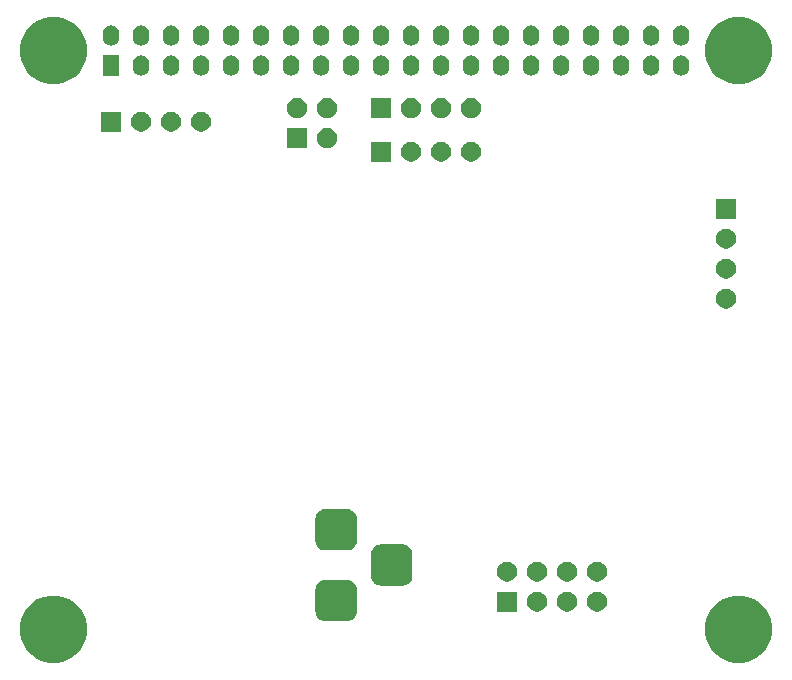
<source format=gbs>
G04 #@! TF.GenerationSoftware,KiCad,Pcbnew,(5.1.6-0-10_14)*
G04 #@! TF.CreationDate,2021-09-09T15:00:31-05:00*
G04 #@! TF.ProjectId,2019-Pi-Power,32303139-2d50-4692-9d50-6f7765722e6b,rev?*
G04 #@! TF.SameCoordinates,Original*
G04 #@! TF.FileFunction,Soldermask,Bot*
G04 #@! TF.FilePolarity,Negative*
%FSLAX46Y46*%
G04 Gerber Fmt 4.6, Leading zero omitted, Abs format (unit mm)*
G04 Created by KiCad (PCBNEW (5.1.6-0-10_14)) date 2021-09-09 15:00:31*
%MOMM*%
%LPD*%
G01*
G04 APERTURE LIST*
%ADD10C,0.150000*%
G04 APERTURE END LIST*
D10*
G36*
X262331313Y-143759523D02*
G01*
X262849980Y-143974362D01*
X262849981Y-143974363D01*
X263316769Y-144286260D01*
X263713740Y-144683231D01*
X263908917Y-144975335D01*
X264025638Y-145150020D01*
X264240477Y-145668687D01*
X264350000Y-146219298D01*
X264350000Y-146780702D01*
X264240477Y-147331313D01*
X264025638Y-147849980D01*
X264025637Y-147849981D01*
X263713740Y-148316769D01*
X263316769Y-148713740D01*
X263004871Y-148922143D01*
X262849980Y-149025638D01*
X262331313Y-149240477D01*
X261780702Y-149350000D01*
X261219298Y-149350000D01*
X260668687Y-149240477D01*
X260150020Y-149025638D01*
X259995129Y-148922143D01*
X259683231Y-148713740D01*
X259286260Y-148316769D01*
X258974363Y-147849981D01*
X258974362Y-147849980D01*
X258759523Y-147331313D01*
X258650000Y-146780702D01*
X258650000Y-146219298D01*
X258759523Y-145668687D01*
X258974362Y-145150020D01*
X259091083Y-144975335D01*
X259286260Y-144683231D01*
X259683231Y-144286260D01*
X260150019Y-143974363D01*
X260150020Y-143974362D01*
X260668687Y-143759523D01*
X261219298Y-143650000D01*
X261780702Y-143650000D01*
X262331313Y-143759523D01*
G37*
G36*
X204331313Y-143759523D02*
G01*
X204849980Y-143974362D01*
X204849981Y-143974363D01*
X205316769Y-144286260D01*
X205713740Y-144683231D01*
X205908917Y-144975335D01*
X206025638Y-145150020D01*
X206240477Y-145668687D01*
X206350000Y-146219298D01*
X206350000Y-146780702D01*
X206240477Y-147331313D01*
X206025638Y-147849980D01*
X206025637Y-147849981D01*
X205713740Y-148316769D01*
X205316769Y-148713740D01*
X205004871Y-148922143D01*
X204849980Y-149025638D01*
X204331313Y-149240477D01*
X203780702Y-149350000D01*
X203219298Y-149350000D01*
X202668687Y-149240477D01*
X202150020Y-149025638D01*
X201995129Y-148922143D01*
X201683231Y-148713740D01*
X201286260Y-148316769D01*
X200974363Y-147849981D01*
X200974362Y-147849980D01*
X200759523Y-147331313D01*
X200650000Y-146780702D01*
X200650000Y-146219298D01*
X200759523Y-145668687D01*
X200974362Y-145150020D01*
X201091083Y-144975335D01*
X201286260Y-144683231D01*
X201683231Y-144286260D01*
X202150019Y-143974363D01*
X202150020Y-143974362D01*
X202668687Y-143759523D01*
X203219298Y-143650000D01*
X203780702Y-143650000D01*
X204331313Y-143759523D01*
G37*
G36*
X228527891Y-142328205D02*
G01*
X228680202Y-142374408D01*
X228820565Y-142449433D01*
X228943597Y-142550403D01*
X229044567Y-142673435D01*
X229119592Y-142813798D01*
X229165795Y-142966109D01*
X229182000Y-143130640D01*
X229182000Y-144993360D01*
X229165795Y-145157891D01*
X229119592Y-145310202D01*
X229044567Y-145450565D01*
X228943597Y-145573597D01*
X228820565Y-145674567D01*
X228680202Y-145749592D01*
X228527891Y-145795795D01*
X228363360Y-145812000D01*
X226500640Y-145812000D01*
X226336109Y-145795795D01*
X226183798Y-145749592D01*
X226043435Y-145674567D01*
X225920403Y-145573597D01*
X225819433Y-145450565D01*
X225744408Y-145310202D01*
X225698205Y-145157891D01*
X225682000Y-144993360D01*
X225682000Y-143130640D01*
X225698205Y-142966109D01*
X225744408Y-142813798D01*
X225819433Y-142673435D01*
X225920403Y-142550403D01*
X226043435Y-142449433D01*
X226183798Y-142374408D01*
X226336109Y-142328205D01*
X226500640Y-142312000D01*
X228363360Y-142312000D01*
X228527891Y-142328205D01*
G37*
G36*
X249777935Y-143340664D02*
G01*
X249932624Y-143404739D01*
X249932626Y-143404740D01*
X250071844Y-143497762D01*
X250190238Y-143616156D01*
X250283260Y-143755374D01*
X250283261Y-143755376D01*
X250347336Y-143910065D01*
X250380000Y-144074281D01*
X250380000Y-144241719D01*
X250347336Y-144405935D01*
X250283261Y-144560624D01*
X250283260Y-144560626D01*
X250190238Y-144699844D01*
X250071844Y-144818238D01*
X249932626Y-144911260D01*
X249932625Y-144911261D01*
X249932624Y-144911261D01*
X249777935Y-144975336D01*
X249613719Y-145008000D01*
X249446281Y-145008000D01*
X249282065Y-144975336D01*
X249127376Y-144911261D01*
X249127375Y-144911261D01*
X249127374Y-144911260D01*
X248988156Y-144818238D01*
X248869762Y-144699844D01*
X248776740Y-144560626D01*
X248776739Y-144560624D01*
X248712664Y-144405935D01*
X248680000Y-144241719D01*
X248680000Y-144074281D01*
X248712664Y-143910065D01*
X248776739Y-143755376D01*
X248776740Y-143755374D01*
X248869762Y-143616156D01*
X248988156Y-143497762D01*
X249127374Y-143404740D01*
X249127376Y-143404739D01*
X249282065Y-143340664D01*
X249446281Y-143308000D01*
X249613719Y-143308000D01*
X249777935Y-143340664D01*
G37*
G36*
X247237935Y-143340664D02*
G01*
X247392624Y-143404739D01*
X247392626Y-143404740D01*
X247531844Y-143497762D01*
X247650238Y-143616156D01*
X247743260Y-143755374D01*
X247743261Y-143755376D01*
X247807336Y-143910065D01*
X247840000Y-144074281D01*
X247840000Y-144241719D01*
X247807336Y-144405935D01*
X247743261Y-144560624D01*
X247743260Y-144560626D01*
X247650238Y-144699844D01*
X247531844Y-144818238D01*
X247392626Y-144911260D01*
X247392625Y-144911261D01*
X247392624Y-144911261D01*
X247237935Y-144975336D01*
X247073719Y-145008000D01*
X246906281Y-145008000D01*
X246742065Y-144975336D01*
X246587376Y-144911261D01*
X246587375Y-144911261D01*
X246587374Y-144911260D01*
X246448156Y-144818238D01*
X246329762Y-144699844D01*
X246236740Y-144560626D01*
X246236739Y-144560624D01*
X246172664Y-144405935D01*
X246140000Y-144241719D01*
X246140000Y-144074281D01*
X246172664Y-143910065D01*
X246236739Y-143755376D01*
X246236740Y-143755374D01*
X246329762Y-143616156D01*
X246448156Y-143497762D01*
X246587374Y-143404740D01*
X246587376Y-143404739D01*
X246742065Y-143340664D01*
X246906281Y-143308000D01*
X247073719Y-143308000D01*
X247237935Y-143340664D01*
G37*
G36*
X244697935Y-143340664D02*
G01*
X244852624Y-143404739D01*
X244852626Y-143404740D01*
X244991844Y-143497762D01*
X245110238Y-143616156D01*
X245203260Y-143755374D01*
X245203261Y-143755376D01*
X245267336Y-143910065D01*
X245300000Y-144074281D01*
X245300000Y-144241719D01*
X245267336Y-144405935D01*
X245203261Y-144560624D01*
X245203260Y-144560626D01*
X245110238Y-144699844D01*
X244991844Y-144818238D01*
X244852626Y-144911260D01*
X244852625Y-144911261D01*
X244852624Y-144911261D01*
X244697935Y-144975336D01*
X244533719Y-145008000D01*
X244366281Y-145008000D01*
X244202065Y-144975336D01*
X244047376Y-144911261D01*
X244047375Y-144911261D01*
X244047374Y-144911260D01*
X243908156Y-144818238D01*
X243789762Y-144699844D01*
X243696740Y-144560626D01*
X243696739Y-144560624D01*
X243632664Y-144405935D01*
X243600000Y-144241719D01*
X243600000Y-144074281D01*
X243632664Y-143910065D01*
X243696739Y-143755376D01*
X243696740Y-143755374D01*
X243789762Y-143616156D01*
X243908156Y-143497762D01*
X244047374Y-143404740D01*
X244047376Y-143404739D01*
X244202065Y-143340664D01*
X244366281Y-143308000D01*
X244533719Y-143308000D01*
X244697935Y-143340664D01*
G37*
G36*
X242760000Y-145008000D02*
G01*
X241060000Y-145008000D01*
X241060000Y-143308000D01*
X242760000Y-143308000D01*
X242760000Y-145008000D01*
G37*
G36*
X233227891Y-139328205D02*
G01*
X233380202Y-139374408D01*
X233520565Y-139449433D01*
X233643597Y-139550403D01*
X233744567Y-139673435D01*
X233819592Y-139813798D01*
X233865795Y-139966109D01*
X233882000Y-140130640D01*
X233882000Y-141993360D01*
X233865795Y-142157891D01*
X233819592Y-142310202D01*
X233744567Y-142450565D01*
X233643597Y-142573597D01*
X233520565Y-142674567D01*
X233380202Y-142749592D01*
X233227891Y-142795795D01*
X233063360Y-142812000D01*
X231200640Y-142812000D01*
X231036109Y-142795795D01*
X230883798Y-142749592D01*
X230743435Y-142674567D01*
X230620403Y-142573597D01*
X230519433Y-142450565D01*
X230444408Y-142310202D01*
X230398205Y-142157891D01*
X230382000Y-141993360D01*
X230382000Y-140130640D01*
X230398205Y-139966109D01*
X230444408Y-139813798D01*
X230519433Y-139673435D01*
X230620403Y-139550403D01*
X230743435Y-139449433D01*
X230883798Y-139374408D01*
X231036109Y-139328205D01*
X231200640Y-139312000D01*
X233063360Y-139312000D01*
X233227891Y-139328205D01*
G37*
G36*
X242157935Y-140800664D02*
G01*
X242312624Y-140864739D01*
X242312626Y-140864740D01*
X242451844Y-140957762D01*
X242570238Y-141076156D01*
X242663260Y-141215374D01*
X242663261Y-141215376D01*
X242727336Y-141370065D01*
X242760000Y-141534281D01*
X242760000Y-141701719D01*
X242727336Y-141865935D01*
X242674554Y-141993360D01*
X242663260Y-142020626D01*
X242570238Y-142159844D01*
X242451844Y-142278238D01*
X242312626Y-142371260D01*
X242312625Y-142371261D01*
X242312624Y-142371261D01*
X242157935Y-142435336D01*
X241993719Y-142468000D01*
X241826281Y-142468000D01*
X241662065Y-142435336D01*
X241507376Y-142371261D01*
X241507375Y-142371261D01*
X241507374Y-142371260D01*
X241368156Y-142278238D01*
X241249762Y-142159844D01*
X241156740Y-142020626D01*
X241145446Y-141993360D01*
X241092664Y-141865935D01*
X241060000Y-141701719D01*
X241060000Y-141534281D01*
X241092664Y-141370065D01*
X241156739Y-141215376D01*
X241156740Y-141215374D01*
X241249762Y-141076156D01*
X241368156Y-140957762D01*
X241507374Y-140864740D01*
X241507376Y-140864739D01*
X241662065Y-140800664D01*
X241826281Y-140768000D01*
X241993719Y-140768000D01*
X242157935Y-140800664D01*
G37*
G36*
X249777935Y-140800664D02*
G01*
X249932624Y-140864739D01*
X249932626Y-140864740D01*
X250071844Y-140957762D01*
X250190238Y-141076156D01*
X250283260Y-141215374D01*
X250283261Y-141215376D01*
X250347336Y-141370065D01*
X250380000Y-141534281D01*
X250380000Y-141701719D01*
X250347336Y-141865935D01*
X250294554Y-141993360D01*
X250283260Y-142020626D01*
X250190238Y-142159844D01*
X250071844Y-142278238D01*
X249932626Y-142371260D01*
X249932625Y-142371261D01*
X249932624Y-142371261D01*
X249777935Y-142435336D01*
X249613719Y-142468000D01*
X249446281Y-142468000D01*
X249282065Y-142435336D01*
X249127376Y-142371261D01*
X249127375Y-142371261D01*
X249127374Y-142371260D01*
X248988156Y-142278238D01*
X248869762Y-142159844D01*
X248776740Y-142020626D01*
X248765446Y-141993360D01*
X248712664Y-141865935D01*
X248680000Y-141701719D01*
X248680000Y-141534281D01*
X248712664Y-141370065D01*
X248776739Y-141215376D01*
X248776740Y-141215374D01*
X248869762Y-141076156D01*
X248988156Y-140957762D01*
X249127374Y-140864740D01*
X249127376Y-140864739D01*
X249282065Y-140800664D01*
X249446281Y-140768000D01*
X249613719Y-140768000D01*
X249777935Y-140800664D01*
G37*
G36*
X244697935Y-140800664D02*
G01*
X244852624Y-140864739D01*
X244852626Y-140864740D01*
X244991844Y-140957762D01*
X245110238Y-141076156D01*
X245203260Y-141215374D01*
X245203261Y-141215376D01*
X245267336Y-141370065D01*
X245300000Y-141534281D01*
X245300000Y-141701719D01*
X245267336Y-141865935D01*
X245214554Y-141993360D01*
X245203260Y-142020626D01*
X245110238Y-142159844D01*
X244991844Y-142278238D01*
X244852626Y-142371260D01*
X244852625Y-142371261D01*
X244852624Y-142371261D01*
X244697935Y-142435336D01*
X244533719Y-142468000D01*
X244366281Y-142468000D01*
X244202065Y-142435336D01*
X244047376Y-142371261D01*
X244047375Y-142371261D01*
X244047374Y-142371260D01*
X243908156Y-142278238D01*
X243789762Y-142159844D01*
X243696740Y-142020626D01*
X243685446Y-141993360D01*
X243632664Y-141865935D01*
X243600000Y-141701719D01*
X243600000Y-141534281D01*
X243632664Y-141370065D01*
X243696739Y-141215376D01*
X243696740Y-141215374D01*
X243789762Y-141076156D01*
X243908156Y-140957762D01*
X244047374Y-140864740D01*
X244047376Y-140864739D01*
X244202065Y-140800664D01*
X244366281Y-140768000D01*
X244533719Y-140768000D01*
X244697935Y-140800664D01*
G37*
G36*
X247237935Y-140800664D02*
G01*
X247392624Y-140864739D01*
X247392626Y-140864740D01*
X247531844Y-140957762D01*
X247650238Y-141076156D01*
X247743260Y-141215374D01*
X247743261Y-141215376D01*
X247807336Y-141370065D01*
X247840000Y-141534281D01*
X247840000Y-141701719D01*
X247807336Y-141865935D01*
X247754554Y-141993360D01*
X247743260Y-142020626D01*
X247650238Y-142159844D01*
X247531844Y-142278238D01*
X247392626Y-142371260D01*
X247392625Y-142371261D01*
X247392624Y-142371261D01*
X247237935Y-142435336D01*
X247073719Y-142468000D01*
X246906281Y-142468000D01*
X246742065Y-142435336D01*
X246587376Y-142371261D01*
X246587375Y-142371261D01*
X246587374Y-142371260D01*
X246448156Y-142278238D01*
X246329762Y-142159844D01*
X246236740Y-142020626D01*
X246225446Y-141993360D01*
X246172664Y-141865935D01*
X246140000Y-141701719D01*
X246140000Y-141534281D01*
X246172664Y-141370065D01*
X246236739Y-141215376D01*
X246236740Y-141215374D01*
X246329762Y-141076156D01*
X246448156Y-140957762D01*
X246587374Y-140864740D01*
X246587376Y-140864739D01*
X246742065Y-140800664D01*
X246906281Y-140768000D01*
X247073719Y-140768000D01*
X247237935Y-140800664D01*
G37*
G36*
X228527891Y-136328205D02*
G01*
X228680202Y-136374408D01*
X228820565Y-136449433D01*
X228943597Y-136550403D01*
X229044567Y-136673435D01*
X229119592Y-136813798D01*
X229165795Y-136966109D01*
X229182000Y-137130640D01*
X229182000Y-138993360D01*
X229165795Y-139157891D01*
X229119592Y-139310202D01*
X229044567Y-139450565D01*
X228943597Y-139573597D01*
X228820565Y-139674567D01*
X228680202Y-139749592D01*
X228527891Y-139795795D01*
X228363360Y-139812000D01*
X226500640Y-139812000D01*
X226336109Y-139795795D01*
X226183798Y-139749592D01*
X226043435Y-139674567D01*
X225920403Y-139573597D01*
X225819433Y-139450565D01*
X225744408Y-139310202D01*
X225698205Y-139157891D01*
X225682000Y-138993360D01*
X225682000Y-137130640D01*
X225698205Y-136966109D01*
X225744408Y-136813798D01*
X225819433Y-136673435D01*
X225920403Y-136550403D01*
X226043435Y-136449433D01*
X226183798Y-136374408D01*
X226336109Y-136328205D01*
X226500640Y-136312000D01*
X228363360Y-136312000D01*
X228527891Y-136328205D01*
G37*
G36*
X260699935Y-117686664D02*
G01*
X260854624Y-117750739D01*
X260854626Y-117750740D01*
X260993844Y-117843762D01*
X261112238Y-117962156D01*
X261205260Y-118101374D01*
X261205261Y-118101376D01*
X261269336Y-118256065D01*
X261302000Y-118420281D01*
X261302000Y-118587719D01*
X261269336Y-118751935D01*
X261205261Y-118906624D01*
X261205260Y-118906626D01*
X261112238Y-119045844D01*
X260993844Y-119164238D01*
X260854626Y-119257260D01*
X260854625Y-119257261D01*
X260854624Y-119257261D01*
X260699935Y-119321336D01*
X260535719Y-119354000D01*
X260368281Y-119354000D01*
X260204065Y-119321336D01*
X260049376Y-119257261D01*
X260049375Y-119257261D01*
X260049374Y-119257260D01*
X259910156Y-119164238D01*
X259791762Y-119045844D01*
X259698740Y-118906626D01*
X259698739Y-118906624D01*
X259634664Y-118751935D01*
X259602000Y-118587719D01*
X259602000Y-118420281D01*
X259634664Y-118256065D01*
X259698739Y-118101376D01*
X259698740Y-118101374D01*
X259791762Y-117962156D01*
X259910156Y-117843762D01*
X260049374Y-117750740D01*
X260049376Y-117750739D01*
X260204065Y-117686664D01*
X260368281Y-117654000D01*
X260535719Y-117654000D01*
X260699935Y-117686664D01*
G37*
G36*
X260699935Y-115146664D02*
G01*
X260854624Y-115210739D01*
X260854626Y-115210740D01*
X260993844Y-115303762D01*
X261112238Y-115422156D01*
X261205260Y-115561374D01*
X261205261Y-115561376D01*
X261269336Y-115716065D01*
X261302000Y-115880281D01*
X261302000Y-116047719D01*
X261269336Y-116211935D01*
X261205261Y-116366624D01*
X261205260Y-116366626D01*
X261112238Y-116505844D01*
X260993844Y-116624238D01*
X260854626Y-116717260D01*
X260854625Y-116717261D01*
X260854624Y-116717261D01*
X260699935Y-116781336D01*
X260535719Y-116814000D01*
X260368281Y-116814000D01*
X260204065Y-116781336D01*
X260049376Y-116717261D01*
X260049375Y-116717261D01*
X260049374Y-116717260D01*
X259910156Y-116624238D01*
X259791762Y-116505844D01*
X259698740Y-116366626D01*
X259698739Y-116366624D01*
X259634664Y-116211935D01*
X259602000Y-116047719D01*
X259602000Y-115880281D01*
X259634664Y-115716065D01*
X259698739Y-115561376D01*
X259698740Y-115561374D01*
X259791762Y-115422156D01*
X259910156Y-115303762D01*
X260049374Y-115210740D01*
X260049376Y-115210739D01*
X260204065Y-115146664D01*
X260368281Y-115114000D01*
X260535719Y-115114000D01*
X260699935Y-115146664D01*
G37*
G36*
X260699935Y-112606664D02*
G01*
X260854624Y-112670739D01*
X260854626Y-112670740D01*
X260993844Y-112763762D01*
X261112238Y-112882156D01*
X261205260Y-113021374D01*
X261205261Y-113021376D01*
X261269336Y-113176065D01*
X261302000Y-113340281D01*
X261302000Y-113507719D01*
X261269336Y-113671935D01*
X261205261Y-113826624D01*
X261205260Y-113826626D01*
X261112238Y-113965844D01*
X260993844Y-114084238D01*
X260854626Y-114177260D01*
X260854625Y-114177261D01*
X260854624Y-114177261D01*
X260699935Y-114241336D01*
X260535719Y-114274000D01*
X260368281Y-114274000D01*
X260204065Y-114241336D01*
X260049376Y-114177261D01*
X260049375Y-114177261D01*
X260049374Y-114177260D01*
X259910156Y-114084238D01*
X259791762Y-113965844D01*
X259698740Y-113826626D01*
X259698739Y-113826624D01*
X259634664Y-113671935D01*
X259602000Y-113507719D01*
X259602000Y-113340281D01*
X259634664Y-113176065D01*
X259698739Y-113021376D01*
X259698740Y-113021374D01*
X259791762Y-112882156D01*
X259910156Y-112763762D01*
X260049374Y-112670740D01*
X260049376Y-112670739D01*
X260204065Y-112606664D01*
X260368281Y-112574000D01*
X260535719Y-112574000D01*
X260699935Y-112606664D01*
G37*
G36*
X261302000Y-111734000D02*
G01*
X259602000Y-111734000D01*
X259602000Y-110034000D01*
X261302000Y-110034000D01*
X261302000Y-111734000D01*
G37*
G36*
X239109935Y-105240664D02*
G01*
X239264624Y-105304739D01*
X239264626Y-105304740D01*
X239403844Y-105397762D01*
X239522238Y-105516156D01*
X239561715Y-105575238D01*
X239615261Y-105655376D01*
X239679336Y-105810065D01*
X239712000Y-105974281D01*
X239712000Y-106141719D01*
X239679336Y-106305935D01*
X239615261Y-106460624D01*
X239615260Y-106460626D01*
X239522238Y-106599844D01*
X239403844Y-106718238D01*
X239264626Y-106811260D01*
X239264625Y-106811261D01*
X239264624Y-106811261D01*
X239109935Y-106875336D01*
X238945719Y-106908000D01*
X238778281Y-106908000D01*
X238614065Y-106875336D01*
X238459376Y-106811261D01*
X238459375Y-106811261D01*
X238459374Y-106811260D01*
X238320156Y-106718238D01*
X238201762Y-106599844D01*
X238108740Y-106460626D01*
X238108739Y-106460624D01*
X238044664Y-106305935D01*
X238012000Y-106141719D01*
X238012000Y-105974281D01*
X238044664Y-105810065D01*
X238108739Y-105655376D01*
X238162285Y-105575238D01*
X238201762Y-105516156D01*
X238320156Y-105397762D01*
X238459374Y-105304740D01*
X238459376Y-105304739D01*
X238614065Y-105240664D01*
X238778281Y-105208000D01*
X238945719Y-105208000D01*
X239109935Y-105240664D01*
G37*
G36*
X236569935Y-105240664D02*
G01*
X236724624Y-105304739D01*
X236724626Y-105304740D01*
X236863844Y-105397762D01*
X236982238Y-105516156D01*
X237021715Y-105575238D01*
X237075261Y-105655376D01*
X237139336Y-105810065D01*
X237172000Y-105974281D01*
X237172000Y-106141719D01*
X237139336Y-106305935D01*
X237075261Y-106460624D01*
X237075260Y-106460626D01*
X236982238Y-106599844D01*
X236863844Y-106718238D01*
X236724626Y-106811260D01*
X236724625Y-106811261D01*
X236724624Y-106811261D01*
X236569935Y-106875336D01*
X236405719Y-106908000D01*
X236238281Y-106908000D01*
X236074065Y-106875336D01*
X235919376Y-106811261D01*
X235919375Y-106811261D01*
X235919374Y-106811260D01*
X235780156Y-106718238D01*
X235661762Y-106599844D01*
X235568740Y-106460626D01*
X235568739Y-106460624D01*
X235504664Y-106305935D01*
X235472000Y-106141719D01*
X235472000Y-105974281D01*
X235504664Y-105810065D01*
X235568739Y-105655376D01*
X235622285Y-105575238D01*
X235661762Y-105516156D01*
X235780156Y-105397762D01*
X235919374Y-105304740D01*
X235919376Y-105304739D01*
X236074065Y-105240664D01*
X236238281Y-105208000D01*
X236405719Y-105208000D01*
X236569935Y-105240664D01*
G37*
G36*
X234029935Y-105240664D02*
G01*
X234184624Y-105304739D01*
X234184626Y-105304740D01*
X234323844Y-105397762D01*
X234442238Y-105516156D01*
X234481715Y-105575238D01*
X234535261Y-105655376D01*
X234599336Y-105810065D01*
X234632000Y-105974281D01*
X234632000Y-106141719D01*
X234599336Y-106305935D01*
X234535261Y-106460624D01*
X234535260Y-106460626D01*
X234442238Y-106599844D01*
X234323844Y-106718238D01*
X234184626Y-106811260D01*
X234184625Y-106811261D01*
X234184624Y-106811261D01*
X234029935Y-106875336D01*
X233865719Y-106908000D01*
X233698281Y-106908000D01*
X233534065Y-106875336D01*
X233379376Y-106811261D01*
X233379375Y-106811261D01*
X233379374Y-106811260D01*
X233240156Y-106718238D01*
X233121762Y-106599844D01*
X233028740Y-106460626D01*
X233028739Y-106460624D01*
X232964664Y-106305935D01*
X232932000Y-106141719D01*
X232932000Y-105974281D01*
X232964664Y-105810065D01*
X233028739Y-105655376D01*
X233082285Y-105575238D01*
X233121762Y-105516156D01*
X233240156Y-105397762D01*
X233379374Y-105304740D01*
X233379376Y-105304739D01*
X233534065Y-105240664D01*
X233698281Y-105208000D01*
X233865719Y-105208000D01*
X234029935Y-105240664D01*
G37*
G36*
X232092000Y-106908000D02*
G01*
X230392000Y-106908000D01*
X230392000Y-105208000D01*
X232092000Y-105208000D01*
X232092000Y-106908000D01*
G37*
G36*
X224980000Y-105765000D02*
G01*
X223280000Y-105765000D01*
X223280000Y-104065000D01*
X224980000Y-104065000D01*
X224980000Y-105765000D01*
G37*
G36*
X226917935Y-104097664D02*
G01*
X227072624Y-104161739D01*
X227072626Y-104161740D01*
X227211844Y-104254762D01*
X227330238Y-104373156D01*
X227423260Y-104512374D01*
X227423261Y-104512376D01*
X227487336Y-104667065D01*
X227520000Y-104831281D01*
X227520000Y-104998719D01*
X227487336Y-105162935D01*
X227428598Y-105304739D01*
X227423260Y-105317626D01*
X227330238Y-105456844D01*
X227211844Y-105575238D01*
X227072626Y-105668260D01*
X227072625Y-105668261D01*
X227072624Y-105668261D01*
X226917935Y-105732336D01*
X226753719Y-105765000D01*
X226586281Y-105765000D01*
X226422065Y-105732336D01*
X226267376Y-105668261D01*
X226267375Y-105668261D01*
X226267374Y-105668260D01*
X226128156Y-105575238D01*
X226009762Y-105456844D01*
X225916740Y-105317626D01*
X225911402Y-105304739D01*
X225852664Y-105162935D01*
X225820000Y-104998719D01*
X225820000Y-104831281D01*
X225852664Y-104667065D01*
X225916739Y-104512376D01*
X225916740Y-104512374D01*
X226009762Y-104373156D01*
X226128156Y-104254762D01*
X226267374Y-104161740D01*
X226267376Y-104161739D01*
X226422065Y-104097664D01*
X226586281Y-104065000D01*
X226753719Y-104065000D01*
X226917935Y-104097664D01*
G37*
G36*
X216249935Y-102700664D02*
G01*
X216404624Y-102764739D01*
X216404626Y-102764740D01*
X216543844Y-102857762D01*
X216662238Y-102976156D01*
X216701715Y-103035238D01*
X216755261Y-103115376D01*
X216819336Y-103270065D01*
X216852000Y-103434281D01*
X216852000Y-103601719D01*
X216819336Y-103765935D01*
X216755261Y-103920624D01*
X216755260Y-103920626D01*
X216662238Y-104059844D01*
X216543844Y-104178238D01*
X216404626Y-104271260D01*
X216404625Y-104271261D01*
X216404624Y-104271261D01*
X216249935Y-104335336D01*
X216085719Y-104368000D01*
X215918281Y-104368000D01*
X215754065Y-104335336D01*
X215599376Y-104271261D01*
X215599375Y-104271261D01*
X215599374Y-104271260D01*
X215460156Y-104178238D01*
X215341762Y-104059844D01*
X215248740Y-103920626D01*
X215248739Y-103920624D01*
X215184664Y-103765935D01*
X215152000Y-103601719D01*
X215152000Y-103434281D01*
X215184664Y-103270065D01*
X215248739Y-103115376D01*
X215302285Y-103035238D01*
X215341762Y-102976156D01*
X215460156Y-102857762D01*
X215599374Y-102764740D01*
X215599376Y-102764739D01*
X215754065Y-102700664D01*
X215918281Y-102668000D01*
X216085719Y-102668000D01*
X216249935Y-102700664D01*
G37*
G36*
X213709935Y-102700664D02*
G01*
X213864624Y-102764739D01*
X213864626Y-102764740D01*
X214003844Y-102857762D01*
X214122238Y-102976156D01*
X214161715Y-103035238D01*
X214215261Y-103115376D01*
X214279336Y-103270065D01*
X214312000Y-103434281D01*
X214312000Y-103601719D01*
X214279336Y-103765935D01*
X214215261Y-103920624D01*
X214215260Y-103920626D01*
X214122238Y-104059844D01*
X214003844Y-104178238D01*
X213864626Y-104271260D01*
X213864625Y-104271261D01*
X213864624Y-104271261D01*
X213709935Y-104335336D01*
X213545719Y-104368000D01*
X213378281Y-104368000D01*
X213214065Y-104335336D01*
X213059376Y-104271261D01*
X213059375Y-104271261D01*
X213059374Y-104271260D01*
X212920156Y-104178238D01*
X212801762Y-104059844D01*
X212708740Y-103920626D01*
X212708739Y-103920624D01*
X212644664Y-103765935D01*
X212612000Y-103601719D01*
X212612000Y-103434281D01*
X212644664Y-103270065D01*
X212708739Y-103115376D01*
X212762285Y-103035238D01*
X212801762Y-102976156D01*
X212920156Y-102857762D01*
X213059374Y-102764740D01*
X213059376Y-102764739D01*
X213214065Y-102700664D01*
X213378281Y-102668000D01*
X213545719Y-102668000D01*
X213709935Y-102700664D01*
G37*
G36*
X211169935Y-102700664D02*
G01*
X211324624Y-102764739D01*
X211324626Y-102764740D01*
X211463844Y-102857762D01*
X211582238Y-102976156D01*
X211621715Y-103035238D01*
X211675261Y-103115376D01*
X211739336Y-103270065D01*
X211772000Y-103434281D01*
X211772000Y-103601719D01*
X211739336Y-103765935D01*
X211675261Y-103920624D01*
X211675260Y-103920626D01*
X211582238Y-104059844D01*
X211463844Y-104178238D01*
X211324626Y-104271260D01*
X211324625Y-104271261D01*
X211324624Y-104271261D01*
X211169935Y-104335336D01*
X211005719Y-104368000D01*
X210838281Y-104368000D01*
X210674065Y-104335336D01*
X210519376Y-104271261D01*
X210519375Y-104271261D01*
X210519374Y-104271260D01*
X210380156Y-104178238D01*
X210261762Y-104059844D01*
X210168740Y-103920626D01*
X210168739Y-103920624D01*
X210104664Y-103765935D01*
X210072000Y-103601719D01*
X210072000Y-103434281D01*
X210104664Y-103270065D01*
X210168739Y-103115376D01*
X210222285Y-103035238D01*
X210261762Y-102976156D01*
X210380156Y-102857762D01*
X210519374Y-102764740D01*
X210519376Y-102764739D01*
X210674065Y-102700664D01*
X210838281Y-102668000D01*
X211005719Y-102668000D01*
X211169935Y-102700664D01*
G37*
G36*
X209232000Y-104368000D02*
G01*
X207532000Y-104368000D01*
X207532000Y-102668000D01*
X209232000Y-102668000D01*
X209232000Y-104368000D01*
G37*
G36*
X224377935Y-101557664D02*
G01*
X224532624Y-101621739D01*
X224532626Y-101621740D01*
X224671844Y-101714762D01*
X224790238Y-101833156D01*
X224883260Y-101972374D01*
X224883261Y-101972376D01*
X224947336Y-102127065D01*
X224980000Y-102291281D01*
X224980000Y-102458719D01*
X224947336Y-102622935D01*
X224888598Y-102764739D01*
X224883260Y-102777626D01*
X224790238Y-102916844D01*
X224671844Y-103035238D01*
X224532626Y-103128260D01*
X224532625Y-103128261D01*
X224532624Y-103128261D01*
X224377935Y-103192336D01*
X224213719Y-103225000D01*
X224046281Y-103225000D01*
X223882065Y-103192336D01*
X223727376Y-103128261D01*
X223727375Y-103128261D01*
X223727374Y-103128260D01*
X223588156Y-103035238D01*
X223469762Y-102916844D01*
X223376740Y-102777626D01*
X223371402Y-102764739D01*
X223312664Y-102622935D01*
X223280000Y-102458719D01*
X223280000Y-102291281D01*
X223312664Y-102127065D01*
X223376739Y-101972376D01*
X223376740Y-101972374D01*
X223469762Y-101833156D01*
X223588156Y-101714762D01*
X223727374Y-101621740D01*
X223727376Y-101621739D01*
X223882065Y-101557664D01*
X224046281Y-101525000D01*
X224213719Y-101525000D01*
X224377935Y-101557664D01*
G37*
G36*
X226917935Y-101557664D02*
G01*
X227072624Y-101621739D01*
X227072626Y-101621740D01*
X227211844Y-101714762D01*
X227330238Y-101833156D01*
X227423260Y-101972374D01*
X227423261Y-101972376D01*
X227487336Y-102127065D01*
X227520000Y-102291281D01*
X227520000Y-102458719D01*
X227487336Y-102622935D01*
X227428598Y-102764739D01*
X227423260Y-102777626D01*
X227330238Y-102916844D01*
X227211844Y-103035238D01*
X227072626Y-103128260D01*
X227072625Y-103128261D01*
X227072624Y-103128261D01*
X226917935Y-103192336D01*
X226753719Y-103225000D01*
X226586281Y-103225000D01*
X226422065Y-103192336D01*
X226267376Y-103128261D01*
X226267375Y-103128261D01*
X226267374Y-103128260D01*
X226128156Y-103035238D01*
X226009762Y-102916844D01*
X225916740Y-102777626D01*
X225911402Y-102764739D01*
X225852664Y-102622935D01*
X225820000Y-102458719D01*
X225820000Y-102291281D01*
X225852664Y-102127065D01*
X225916739Y-101972376D01*
X225916740Y-101972374D01*
X226009762Y-101833156D01*
X226128156Y-101714762D01*
X226267374Y-101621740D01*
X226267376Y-101621739D01*
X226422065Y-101557664D01*
X226586281Y-101525000D01*
X226753719Y-101525000D01*
X226917935Y-101557664D01*
G37*
G36*
X239109935Y-101557664D02*
G01*
X239264624Y-101621739D01*
X239264626Y-101621740D01*
X239403844Y-101714762D01*
X239522238Y-101833156D01*
X239615260Y-101972374D01*
X239615261Y-101972376D01*
X239679336Y-102127065D01*
X239712000Y-102291281D01*
X239712000Y-102458719D01*
X239679336Y-102622935D01*
X239620598Y-102764739D01*
X239615260Y-102777626D01*
X239522238Y-102916844D01*
X239403844Y-103035238D01*
X239264626Y-103128260D01*
X239264625Y-103128261D01*
X239264624Y-103128261D01*
X239109935Y-103192336D01*
X238945719Y-103225000D01*
X238778281Y-103225000D01*
X238614065Y-103192336D01*
X238459376Y-103128261D01*
X238459375Y-103128261D01*
X238459374Y-103128260D01*
X238320156Y-103035238D01*
X238201762Y-102916844D01*
X238108740Y-102777626D01*
X238103402Y-102764739D01*
X238044664Y-102622935D01*
X238012000Y-102458719D01*
X238012000Y-102291281D01*
X238044664Y-102127065D01*
X238108739Y-101972376D01*
X238108740Y-101972374D01*
X238201762Y-101833156D01*
X238320156Y-101714762D01*
X238459374Y-101621740D01*
X238459376Y-101621739D01*
X238614065Y-101557664D01*
X238778281Y-101525000D01*
X238945719Y-101525000D01*
X239109935Y-101557664D01*
G37*
G36*
X236569935Y-101557664D02*
G01*
X236724624Y-101621739D01*
X236724626Y-101621740D01*
X236863844Y-101714762D01*
X236982238Y-101833156D01*
X237075260Y-101972374D01*
X237075261Y-101972376D01*
X237139336Y-102127065D01*
X237172000Y-102291281D01*
X237172000Y-102458719D01*
X237139336Y-102622935D01*
X237080598Y-102764739D01*
X237075260Y-102777626D01*
X236982238Y-102916844D01*
X236863844Y-103035238D01*
X236724626Y-103128260D01*
X236724625Y-103128261D01*
X236724624Y-103128261D01*
X236569935Y-103192336D01*
X236405719Y-103225000D01*
X236238281Y-103225000D01*
X236074065Y-103192336D01*
X235919376Y-103128261D01*
X235919375Y-103128261D01*
X235919374Y-103128260D01*
X235780156Y-103035238D01*
X235661762Y-102916844D01*
X235568740Y-102777626D01*
X235563402Y-102764739D01*
X235504664Y-102622935D01*
X235472000Y-102458719D01*
X235472000Y-102291281D01*
X235504664Y-102127065D01*
X235568739Y-101972376D01*
X235568740Y-101972374D01*
X235661762Y-101833156D01*
X235780156Y-101714762D01*
X235919374Y-101621740D01*
X235919376Y-101621739D01*
X236074065Y-101557664D01*
X236238281Y-101525000D01*
X236405719Y-101525000D01*
X236569935Y-101557664D01*
G37*
G36*
X234029935Y-101557664D02*
G01*
X234184624Y-101621739D01*
X234184626Y-101621740D01*
X234323844Y-101714762D01*
X234442238Y-101833156D01*
X234535260Y-101972374D01*
X234535261Y-101972376D01*
X234599336Y-102127065D01*
X234632000Y-102291281D01*
X234632000Y-102458719D01*
X234599336Y-102622935D01*
X234540598Y-102764739D01*
X234535260Y-102777626D01*
X234442238Y-102916844D01*
X234323844Y-103035238D01*
X234184626Y-103128260D01*
X234184625Y-103128261D01*
X234184624Y-103128261D01*
X234029935Y-103192336D01*
X233865719Y-103225000D01*
X233698281Y-103225000D01*
X233534065Y-103192336D01*
X233379376Y-103128261D01*
X233379375Y-103128261D01*
X233379374Y-103128260D01*
X233240156Y-103035238D01*
X233121762Y-102916844D01*
X233028740Y-102777626D01*
X233023402Y-102764739D01*
X232964664Y-102622935D01*
X232932000Y-102458719D01*
X232932000Y-102291281D01*
X232964664Y-102127065D01*
X233028739Y-101972376D01*
X233028740Y-101972374D01*
X233121762Y-101833156D01*
X233240156Y-101714762D01*
X233379374Y-101621740D01*
X233379376Y-101621739D01*
X233534065Y-101557664D01*
X233698281Y-101525000D01*
X233865719Y-101525000D01*
X234029935Y-101557664D01*
G37*
G36*
X232092000Y-103225000D02*
G01*
X230392000Y-103225000D01*
X230392000Y-101525000D01*
X232092000Y-101525000D01*
X232092000Y-103225000D01*
G37*
G36*
X204331313Y-94759523D02*
G01*
X204849980Y-94974362D01*
X204849981Y-94974363D01*
X205316769Y-95286260D01*
X205713740Y-95683231D01*
X205717742Y-95689221D01*
X206025638Y-96150020D01*
X206240477Y-96668687D01*
X206350000Y-97219298D01*
X206350000Y-97780702D01*
X206240477Y-98331313D01*
X206025638Y-98849980D01*
X206025637Y-98849981D01*
X205713740Y-99316769D01*
X205316769Y-99713740D01*
X205004871Y-99922143D01*
X204849980Y-100025638D01*
X204331313Y-100240477D01*
X203780702Y-100350000D01*
X203219298Y-100350000D01*
X202668687Y-100240477D01*
X202150020Y-100025638D01*
X201995129Y-99922143D01*
X201683231Y-99713740D01*
X201286260Y-99316769D01*
X200974363Y-98849981D01*
X200974362Y-98849980D01*
X200759523Y-98331313D01*
X200650000Y-97780702D01*
X200650000Y-97219298D01*
X200759523Y-96668687D01*
X200974362Y-96150020D01*
X201282258Y-95689221D01*
X201286260Y-95683231D01*
X201683231Y-95286260D01*
X202150019Y-94974363D01*
X202150020Y-94974362D01*
X202668687Y-94759523D01*
X203219298Y-94650000D01*
X203780702Y-94650000D01*
X204331313Y-94759523D01*
G37*
G36*
X262331313Y-94759523D02*
G01*
X262849980Y-94974362D01*
X262849981Y-94974363D01*
X263316769Y-95286260D01*
X263713740Y-95683231D01*
X263717742Y-95689221D01*
X264025638Y-96150020D01*
X264240477Y-96668687D01*
X264350000Y-97219298D01*
X264350000Y-97780702D01*
X264240477Y-98331313D01*
X264025638Y-98849980D01*
X264025637Y-98849981D01*
X263713740Y-99316769D01*
X263316769Y-99713740D01*
X263004871Y-99922143D01*
X262849980Y-100025638D01*
X262331313Y-100240477D01*
X261780702Y-100350000D01*
X261219298Y-100350000D01*
X260668687Y-100240477D01*
X260150020Y-100025638D01*
X259995129Y-99922143D01*
X259683231Y-99713740D01*
X259286260Y-99316769D01*
X258974363Y-98849981D01*
X258974362Y-98849980D01*
X258759523Y-98331313D01*
X258650000Y-97780702D01*
X258650000Y-97219298D01*
X258759523Y-96668687D01*
X258974362Y-96150020D01*
X259282258Y-95689221D01*
X259286260Y-95683231D01*
X259683231Y-95286260D01*
X260150019Y-94974363D01*
X260150020Y-94974362D01*
X260668687Y-94759523D01*
X261219298Y-94650000D01*
X261780702Y-94650000D01*
X262331313Y-94759523D01*
G37*
G36*
X221207224Y-97930128D02*
G01*
X221339175Y-97970155D01*
X221460781Y-98035155D01*
X221567370Y-98122630D01*
X221654845Y-98229219D01*
X221719845Y-98350825D01*
X221759872Y-98482777D01*
X221770000Y-98585611D01*
X221770000Y-98954390D01*
X221759872Y-99057224D01*
X221719845Y-99189175D01*
X221654845Y-99310781D01*
X221567369Y-99417370D01*
X221460780Y-99504845D01*
X221339174Y-99569845D01*
X221207223Y-99609872D01*
X221070000Y-99623387D01*
X220932776Y-99609872D01*
X220800825Y-99569845D01*
X220679219Y-99504845D01*
X220572630Y-99417369D01*
X220485155Y-99310780D01*
X220420155Y-99189174D01*
X220380128Y-99057223D01*
X220370000Y-98954389D01*
X220370000Y-98585610D01*
X220380128Y-98482776D01*
X220420155Y-98350825D01*
X220485155Y-98229219D01*
X220572631Y-98122630D01*
X220679220Y-98035155D01*
X220800826Y-97970155D01*
X220932777Y-97930128D01*
X221070000Y-97916613D01*
X221207224Y-97930128D01*
G37*
G36*
X238987224Y-97930128D02*
G01*
X239119175Y-97970155D01*
X239240781Y-98035155D01*
X239347370Y-98122630D01*
X239434845Y-98229219D01*
X239499845Y-98350825D01*
X239539872Y-98482777D01*
X239550000Y-98585611D01*
X239550000Y-98954390D01*
X239539872Y-99057224D01*
X239499845Y-99189175D01*
X239434845Y-99310781D01*
X239347369Y-99417370D01*
X239240780Y-99504845D01*
X239119174Y-99569845D01*
X238987223Y-99609872D01*
X238850000Y-99623387D01*
X238712776Y-99609872D01*
X238580825Y-99569845D01*
X238459219Y-99504845D01*
X238352630Y-99417369D01*
X238265155Y-99310780D01*
X238200155Y-99189174D01*
X238160128Y-99057223D01*
X238150000Y-98954389D01*
X238150000Y-98585610D01*
X238160128Y-98482776D01*
X238200155Y-98350825D01*
X238265155Y-98229219D01*
X238352631Y-98122630D01*
X238459220Y-98035155D01*
X238580826Y-97970155D01*
X238712777Y-97930128D01*
X238850000Y-97916613D01*
X238987224Y-97930128D01*
G37*
G36*
X256767224Y-97930128D02*
G01*
X256899175Y-97970155D01*
X257020781Y-98035155D01*
X257127370Y-98122630D01*
X257214845Y-98229219D01*
X257279845Y-98350825D01*
X257319872Y-98482777D01*
X257330000Y-98585611D01*
X257330000Y-98954390D01*
X257319872Y-99057224D01*
X257279845Y-99189175D01*
X257214845Y-99310781D01*
X257127369Y-99417370D01*
X257020780Y-99504845D01*
X256899174Y-99569845D01*
X256767223Y-99609872D01*
X256630000Y-99623387D01*
X256492776Y-99609872D01*
X256360825Y-99569845D01*
X256239219Y-99504845D01*
X256132630Y-99417369D01*
X256045155Y-99310780D01*
X255980155Y-99189174D01*
X255940128Y-99057223D01*
X255930000Y-98954389D01*
X255930000Y-98585610D01*
X255940128Y-98482776D01*
X255980155Y-98350825D01*
X256045155Y-98229219D01*
X256132631Y-98122630D01*
X256239220Y-98035155D01*
X256360826Y-97970155D01*
X256492777Y-97930128D01*
X256630000Y-97916613D01*
X256767224Y-97930128D01*
G37*
G36*
X254227224Y-97930128D02*
G01*
X254359175Y-97970155D01*
X254480781Y-98035155D01*
X254587370Y-98122630D01*
X254674845Y-98229219D01*
X254739845Y-98350825D01*
X254779872Y-98482777D01*
X254790000Y-98585611D01*
X254790000Y-98954390D01*
X254779872Y-99057224D01*
X254739845Y-99189175D01*
X254674845Y-99310781D01*
X254587369Y-99417370D01*
X254480780Y-99504845D01*
X254359174Y-99569845D01*
X254227223Y-99609872D01*
X254090000Y-99623387D01*
X253952776Y-99609872D01*
X253820825Y-99569845D01*
X253699219Y-99504845D01*
X253592630Y-99417369D01*
X253505155Y-99310780D01*
X253440155Y-99189174D01*
X253400128Y-99057223D01*
X253390000Y-98954389D01*
X253390000Y-98585610D01*
X253400128Y-98482776D01*
X253440155Y-98350825D01*
X253505155Y-98229219D01*
X253592631Y-98122630D01*
X253699220Y-98035155D01*
X253820826Y-97970155D01*
X253952777Y-97930128D01*
X254090000Y-97916613D01*
X254227224Y-97930128D01*
G37*
G36*
X251687224Y-97930128D02*
G01*
X251819175Y-97970155D01*
X251940781Y-98035155D01*
X252047370Y-98122630D01*
X252134845Y-98229219D01*
X252199845Y-98350825D01*
X252239872Y-98482777D01*
X252250000Y-98585611D01*
X252250000Y-98954390D01*
X252239872Y-99057224D01*
X252199845Y-99189175D01*
X252134845Y-99310781D01*
X252047369Y-99417370D01*
X251940780Y-99504845D01*
X251819174Y-99569845D01*
X251687223Y-99609872D01*
X251550000Y-99623387D01*
X251412776Y-99609872D01*
X251280825Y-99569845D01*
X251159219Y-99504845D01*
X251052630Y-99417369D01*
X250965155Y-99310780D01*
X250900155Y-99189174D01*
X250860128Y-99057223D01*
X250850000Y-98954389D01*
X250850000Y-98585610D01*
X250860128Y-98482776D01*
X250900155Y-98350825D01*
X250965155Y-98229219D01*
X251052631Y-98122630D01*
X251159220Y-98035155D01*
X251280826Y-97970155D01*
X251412777Y-97930128D01*
X251550000Y-97916613D01*
X251687224Y-97930128D01*
G37*
G36*
X249147224Y-97930128D02*
G01*
X249279175Y-97970155D01*
X249400781Y-98035155D01*
X249507370Y-98122630D01*
X249594845Y-98229219D01*
X249659845Y-98350825D01*
X249699872Y-98482777D01*
X249710000Y-98585611D01*
X249710000Y-98954390D01*
X249699872Y-99057224D01*
X249659845Y-99189175D01*
X249594845Y-99310781D01*
X249507369Y-99417370D01*
X249400780Y-99504845D01*
X249279174Y-99569845D01*
X249147223Y-99609872D01*
X249010000Y-99623387D01*
X248872776Y-99609872D01*
X248740825Y-99569845D01*
X248619219Y-99504845D01*
X248512630Y-99417369D01*
X248425155Y-99310780D01*
X248360155Y-99189174D01*
X248320128Y-99057223D01*
X248310000Y-98954389D01*
X248310000Y-98585610D01*
X248320128Y-98482776D01*
X248360155Y-98350825D01*
X248425155Y-98229219D01*
X248512631Y-98122630D01*
X248619220Y-98035155D01*
X248740826Y-97970155D01*
X248872777Y-97930128D01*
X249010000Y-97916613D01*
X249147224Y-97930128D01*
G37*
G36*
X246607224Y-97930128D02*
G01*
X246739175Y-97970155D01*
X246860781Y-98035155D01*
X246967370Y-98122630D01*
X247054845Y-98229219D01*
X247119845Y-98350825D01*
X247159872Y-98482777D01*
X247170000Y-98585611D01*
X247170000Y-98954390D01*
X247159872Y-99057224D01*
X247119845Y-99189175D01*
X247054845Y-99310781D01*
X246967369Y-99417370D01*
X246860780Y-99504845D01*
X246739174Y-99569845D01*
X246607223Y-99609872D01*
X246470000Y-99623387D01*
X246332776Y-99609872D01*
X246200825Y-99569845D01*
X246079219Y-99504845D01*
X245972630Y-99417369D01*
X245885155Y-99310780D01*
X245820155Y-99189174D01*
X245780128Y-99057223D01*
X245770000Y-98954389D01*
X245770000Y-98585610D01*
X245780128Y-98482776D01*
X245820155Y-98350825D01*
X245885155Y-98229219D01*
X245972631Y-98122630D01*
X246079220Y-98035155D01*
X246200826Y-97970155D01*
X246332777Y-97930128D01*
X246470000Y-97916613D01*
X246607224Y-97930128D01*
G37*
G36*
X244067224Y-97930128D02*
G01*
X244199175Y-97970155D01*
X244320781Y-98035155D01*
X244427370Y-98122630D01*
X244514845Y-98229219D01*
X244579845Y-98350825D01*
X244619872Y-98482777D01*
X244630000Y-98585611D01*
X244630000Y-98954390D01*
X244619872Y-99057224D01*
X244579845Y-99189175D01*
X244514845Y-99310781D01*
X244427369Y-99417370D01*
X244320780Y-99504845D01*
X244199174Y-99569845D01*
X244067223Y-99609872D01*
X243930000Y-99623387D01*
X243792776Y-99609872D01*
X243660825Y-99569845D01*
X243539219Y-99504845D01*
X243432630Y-99417369D01*
X243345155Y-99310780D01*
X243280155Y-99189174D01*
X243240128Y-99057223D01*
X243230000Y-98954389D01*
X243230000Y-98585610D01*
X243240128Y-98482776D01*
X243280155Y-98350825D01*
X243345155Y-98229219D01*
X243432631Y-98122630D01*
X243539220Y-98035155D01*
X243660826Y-97970155D01*
X243792777Y-97930128D01*
X243930000Y-97916613D01*
X244067224Y-97930128D01*
G37*
G36*
X241527224Y-97930128D02*
G01*
X241659175Y-97970155D01*
X241780781Y-98035155D01*
X241887370Y-98122630D01*
X241974845Y-98229219D01*
X242039845Y-98350825D01*
X242079872Y-98482777D01*
X242090000Y-98585611D01*
X242090000Y-98954390D01*
X242079872Y-99057224D01*
X242039845Y-99189175D01*
X241974845Y-99310781D01*
X241887369Y-99417370D01*
X241780780Y-99504845D01*
X241659174Y-99569845D01*
X241527223Y-99609872D01*
X241390000Y-99623387D01*
X241252776Y-99609872D01*
X241120825Y-99569845D01*
X240999219Y-99504845D01*
X240892630Y-99417369D01*
X240805155Y-99310780D01*
X240740155Y-99189174D01*
X240700128Y-99057223D01*
X240690000Y-98954389D01*
X240690000Y-98585610D01*
X240700128Y-98482776D01*
X240740155Y-98350825D01*
X240805155Y-98229219D01*
X240892631Y-98122630D01*
X240999220Y-98035155D01*
X241120826Y-97970155D01*
X241252777Y-97930128D01*
X241390000Y-97916613D01*
X241527224Y-97930128D01*
G37*
G36*
X236447224Y-97930128D02*
G01*
X236579175Y-97970155D01*
X236700781Y-98035155D01*
X236807370Y-98122630D01*
X236894845Y-98229219D01*
X236959845Y-98350825D01*
X236999872Y-98482777D01*
X237010000Y-98585611D01*
X237010000Y-98954390D01*
X236999872Y-99057224D01*
X236959845Y-99189175D01*
X236894845Y-99310781D01*
X236807369Y-99417370D01*
X236700780Y-99504845D01*
X236579174Y-99569845D01*
X236447223Y-99609872D01*
X236310000Y-99623387D01*
X236172776Y-99609872D01*
X236040825Y-99569845D01*
X235919219Y-99504845D01*
X235812630Y-99417369D01*
X235725155Y-99310780D01*
X235660155Y-99189174D01*
X235620128Y-99057223D01*
X235610000Y-98954389D01*
X235610000Y-98585610D01*
X235620128Y-98482776D01*
X235660155Y-98350825D01*
X235725155Y-98229219D01*
X235812631Y-98122630D01*
X235919220Y-98035155D01*
X236040826Y-97970155D01*
X236172777Y-97930128D01*
X236310000Y-97916613D01*
X236447224Y-97930128D01*
G37*
G36*
X233907224Y-97930128D02*
G01*
X234039175Y-97970155D01*
X234160781Y-98035155D01*
X234267370Y-98122630D01*
X234354845Y-98229219D01*
X234419845Y-98350825D01*
X234459872Y-98482777D01*
X234470000Y-98585611D01*
X234470000Y-98954390D01*
X234459872Y-99057224D01*
X234419845Y-99189175D01*
X234354845Y-99310781D01*
X234267369Y-99417370D01*
X234160780Y-99504845D01*
X234039174Y-99569845D01*
X233907223Y-99609872D01*
X233770000Y-99623387D01*
X233632776Y-99609872D01*
X233500825Y-99569845D01*
X233379219Y-99504845D01*
X233272630Y-99417369D01*
X233185155Y-99310780D01*
X233120155Y-99189174D01*
X233080128Y-99057223D01*
X233070000Y-98954389D01*
X233070000Y-98585610D01*
X233080128Y-98482776D01*
X233120155Y-98350825D01*
X233185155Y-98229219D01*
X233272631Y-98122630D01*
X233379220Y-98035155D01*
X233500826Y-97970155D01*
X233632777Y-97930128D01*
X233770000Y-97916613D01*
X233907224Y-97930128D01*
G37*
G36*
X231367224Y-97930128D02*
G01*
X231499175Y-97970155D01*
X231620781Y-98035155D01*
X231727370Y-98122630D01*
X231814845Y-98229219D01*
X231879845Y-98350825D01*
X231919872Y-98482777D01*
X231930000Y-98585611D01*
X231930000Y-98954390D01*
X231919872Y-99057224D01*
X231879845Y-99189175D01*
X231814845Y-99310781D01*
X231727369Y-99417370D01*
X231620780Y-99504845D01*
X231499174Y-99569845D01*
X231367223Y-99609872D01*
X231230000Y-99623387D01*
X231092776Y-99609872D01*
X230960825Y-99569845D01*
X230839219Y-99504845D01*
X230732630Y-99417369D01*
X230645155Y-99310780D01*
X230580155Y-99189174D01*
X230540128Y-99057223D01*
X230530000Y-98954389D01*
X230530000Y-98585610D01*
X230540128Y-98482776D01*
X230580155Y-98350825D01*
X230645155Y-98229219D01*
X230732631Y-98122630D01*
X230839220Y-98035155D01*
X230960826Y-97970155D01*
X231092777Y-97930128D01*
X231230000Y-97916613D01*
X231367224Y-97930128D01*
G37*
G36*
X228827224Y-97930128D02*
G01*
X228959175Y-97970155D01*
X229080781Y-98035155D01*
X229187370Y-98122630D01*
X229274845Y-98229219D01*
X229339845Y-98350825D01*
X229379872Y-98482777D01*
X229390000Y-98585611D01*
X229390000Y-98954390D01*
X229379872Y-99057224D01*
X229339845Y-99189175D01*
X229274845Y-99310781D01*
X229187369Y-99417370D01*
X229080780Y-99504845D01*
X228959174Y-99569845D01*
X228827223Y-99609872D01*
X228690000Y-99623387D01*
X228552776Y-99609872D01*
X228420825Y-99569845D01*
X228299219Y-99504845D01*
X228192630Y-99417369D01*
X228105155Y-99310780D01*
X228040155Y-99189174D01*
X228000128Y-99057223D01*
X227990000Y-98954389D01*
X227990000Y-98585610D01*
X228000128Y-98482776D01*
X228040155Y-98350825D01*
X228105155Y-98229219D01*
X228192631Y-98122630D01*
X228299220Y-98035155D01*
X228420826Y-97970155D01*
X228552777Y-97930128D01*
X228690000Y-97916613D01*
X228827224Y-97930128D01*
G37*
G36*
X226287224Y-97930128D02*
G01*
X226419175Y-97970155D01*
X226540781Y-98035155D01*
X226647370Y-98122630D01*
X226734845Y-98229219D01*
X226799845Y-98350825D01*
X226839872Y-98482777D01*
X226850000Y-98585611D01*
X226850000Y-98954390D01*
X226839872Y-99057224D01*
X226799845Y-99189175D01*
X226734845Y-99310781D01*
X226647369Y-99417370D01*
X226540780Y-99504845D01*
X226419174Y-99569845D01*
X226287223Y-99609872D01*
X226150000Y-99623387D01*
X226012776Y-99609872D01*
X225880825Y-99569845D01*
X225759219Y-99504845D01*
X225652630Y-99417369D01*
X225565155Y-99310780D01*
X225500155Y-99189174D01*
X225460128Y-99057223D01*
X225450000Y-98954389D01*
X225450000Y-98585610D01*
X225460128Y-98482776D01*
X225500155Y-98350825D01*
X225565155Y-98229219D01*
X225652631Y-98122630D01*
X225759220Y-98035155D01*
X225880826Y-97970155D01*
X226012777Y-97930128D01*
X226150000Y-97916613D01*
X226287224Y-97930128D01*
G37*
G36*
X223747224Y-97930128D02*
G01*
X223879175Y-97970155D01*
X224000781Y-98035155D01*
X224107370Y-98122630D01*
X224194845Y-98229219D01*
X224259845Y-98350825D01*
X224299872Y-98482777D01*
X224310000Y-98585611D01*
X224310000Y-98954390D01*
X224299872Y-99057224D01*
X224259845Y-99189175D01*
X224194845Y-99310781D01*
X224107369Y-99417370D01*
X224000780Y-99504845D01*
X223879174Y-99569845D01*
X223747223Y-99609872D01*
X223610000Y-99623387D01*
X223472776Y-99609872D01*
X223340825Y-99569845D01*
X223219219Y-99504845D01*
X223112630Y-99417369D01*
X223025155Y-99310780D01*
X222960155Y-99189174D01*
X222920128Y-99057223D01*
X222910000Y-98954389D01*
X222910000Y-98585610D01*
X222920128Y-98482776D01*
X222960155Y-98350825D01*
X223025155Y-98229219D01*
X223112631Y-98122630D01*
X223219220Y-98035155D01*
X223340826Y-97970155D01*
X223472777Y-97930128D01*
X223610000Y-97916613D01*
X223747224Y-97930128D01*
G37*
G36*
X218667224Y-97930128D02*
G01*
X218799175Y-97970155D01*
X218920781Y-98035155D01*
X219027370Y-98122630D01*
X219114845Y-98229219D01*
X219179845Y-98350825D01*
X219219872Y-98482777D01*
X219230000Y-98585611D01*
X219230000Y-98954390D01*
X219219872Y-99057224D01*
X219179845Y-99189175D01*
X219114845Y-99310781D01*
X219027369Y-99417370D01*
X218920780Y-99504845D01*
X218799174Y-99569845D01*
X218667223Y-99609872D01*
X218530000Y-99623387D01*
X218392776Y-99609872D01*
X218260825Y-99569845D01*
X218139219Y-99504845D01*
X218032630Y-99417369D01*
X217945155Y-99310780D01*
X217880155Y-99189174D01*
X217840128Y-99057223D01*
X217830000Y-98954389D01*
X217830000Y-98585610D01*
X217840128Y-98482776D01*
X217880155Y-98350825D01*
X217945155Y-98229219D01*
X218032631Y-98122630D01*
X218139220Y-98035155D01*
X218260826Y-97970155D01*
X218392777Y-97930128D01*
X218530000Y-97916613D01*
X218667224Y-97930128D01*
G37*
G36*
X216127224Y-97930128D02*
G01*
X216259175Y-97970155D01*
X216380781Y-98035155D01*
X216487370Y-98122630D01*
X216574845Y-98229219D01*
X216639845Y-98350825D01*
X216679872Y-98482777D01*
X216690000Y-98585611D01*
X216690000Y-98954390D01*
X216679872Y-99057224D01*
X216639845Y-99189175D01*
X216574845Y-99310781D01*
X216487369Y-99417370D01*
X216380780Y-99504845D01*
X216259174Y-99569845D01*
X216127223Y-99609872D01*
X215990000Y-99623387D01*
X215852776Y-99609872D01*
X215720825Y-99569845D01*
X215599219Y-99504845D01*
X215492630Y-99417369D01*
X215405155Y-99310780D01*
X215340155Y-99189174D01*
X215300128Y-99057223D01*
X215290000Y-98954389D01*
X215290000Y-98585610D01*
X215300128Y-98482776D01*
X215340155Y-98350825D01*
X215405155Y-98229219D01*
X215492631Y-98122630D01*
X215599220Y-98035155D01*
X215720826Y-97970155D01*
X215852777Y-97930128D01*
X215990000Y-97916613D01*
X216127224Y-97930128D01*
G37*
G36*
X213587224Y-97930128D02*
G01*
X213719175Y-97970155D01*
X213840781Y-98035155D01*
X213947370Y-98122630D01*
X214034845Y-98229219D01*
X214099845Y-98350825D01*
X214139872Y-98482777D01*
X214150000Y-98585611D01*
X214150000Y-98954390D01*
X214139872Y-99057224D01*
X214099845Y-99189175D01*
X214034845Y-99310781D01*
X213947369Y-99417370D01*
X213840780Y-99504845D01*
X213719174Y-99569845D01*
X213587223Y-99609872D01*
X213450000Y-99623387D01*
X213312776Y-99609872D01*
X213180825Y-99569845D01*
X213059219Y-99504845D01*
X212952630Y-99417369D01*
X212865155Y-99310780D01*
X212800155Y-99189174D01*
X212760128Y-99057223D01*
X212750000Y-98954389D01*
X212750000Y-98585610D01*
X212760128Y-98482776D01*
X212800155Y-98350825D01*
X212865155Y-98229219D01*
X212952631Y-98122630D01*
X213059220Y-98035155D01*
X213180826Y-97970155D01*
X213312777Y-97930128D01*
X213450000Y-97916613D01*
X213587224Y-97930128D01*
G37*
G36*
X211047224Y-97930128D02*
G01*
X211179175Y-97970155D01*
X211300781Y-98035155D01*
X211407370Y-98122630D01*
X211494845Y-98229219D01*
X211559845Y-98350825D01*
X211599872Y-98482777D01*
X211610000Y-98585611D01*
X211610000Y-98954390D01*
X211599872Y-99057224D01*
X211559845Y-99189175D01*
X211494845Y-99310781D01*
X211407369Y-99417370D01*
X211300780Y-99504845D01*
X211179174Y-99569845D01*
X211047223Y-99609872D01*
X210910000Y-99623387D01*
X210772776Y-99609872D01*
X210640825Y-99569845D01*
X210519219Y-99504845D01*
X210412630Y-99417369D01*
X210325155Y-99310780D01*
X210260155Y-99189174D01*
X210220128Y-99057223D01*
X210210000Y-98954389D01*
X210210000Y-98585610D01*
X210220128Y-98482776D01*
X210260155Y-98350825D01*
X210325155Y-98229219D01*
X210412631Y-98122630D01*
X210519220Y-98035155D01*
X210640826Y-97970155D01*
X210772777Y-97930128D01*
X210910000Y-97916613D01*
X211047224Y-97930128D01*
G37*
G36*
X209070000Y-99620000D02*
G01*
X207670000Y-99620000D01*
X207670000Y-97920000D01*
X209070000Y-97920000D01*
X209070000Y-99620000D01*
G37*
G36*
X208507224Y-95390128D02*
G01*
X208639175Y-95430155D01*
X208760781Y-95495155D01*
X208867370Y-95582630D01*
X208954845Y-95689219D01*
X209019845Y-95810825D01*
X209059872Y-95942777D01*
X209070000Y-96045611D01*
X209070000Y-96414390D01*
X209059872Y-96517224D01*
X209019845Y-96649175D01*
X208954845Y-96770781D01*
X208867369Y-96877370D01*
X208760780Y-96964845D01*
X208639174Y-97029845D01*
X208507223Y-97069872D01*
X208370000Y-97083387D01*
X208232776Y-97069872D01*
X208100825Y-97029845D01*
X207979219Y-96964845D01*
X207872630Y-96877369D01*
X207785155Y-96770780D01*
X207720155Y-96649174D01*
X207680128Y-96517223D01*
X207670000Y-96414389D01*
X207670000Y-96045610D01*
X207680128Y-95942776D01*
X207720155Y-95810825D01*
X207785155Y-95689219D01*
X207872631Y-95582630D01*
X207979220Y-95495155D01*
X208100826Y-95430155D01*
X208232777Y-95390128D01*
X208370000Y-95376613D01*
X208507224Y-95390128D01*
G37*
G36*
X238987224Y-95390128D02*
G01*
X239119175Y-95430155D01*
X239240781Y-95495155D01*
X239347370Y-95582630D01*
X239434845Y-95689219D01*
X239499845Y-95810825D01*
X239539872Y-95942777D01*
X239550000Y-96045611D01*
X239550000Y-96414390D01*
X239539872Y-96517224D01*
X239499845Y-96649175D01*
X239434845Y-96770781D01*
X239347369Y-96877370D01*
X239240780Y-96964845D01*
X239119174Y-97029845D01*
X238987223Y-97069872D01*
X238850000Y-97083387D01*
X238712776Y-97069872D01*
X238580825Y-97029845D01*
X238459219Y-96964845D01*
X238352630Y-96877369D01*
X238265155Y-96770780D01*
X238200155Y-96649174D01*
X238160128Y-96517223D01*
X238150000Y-96414389D01*
X238150000Y-96045610D01*
X238160128Y-95942776D01*
X238200155Y-95810825D01*
X238265155Y-95689219D01*
X238352631Y-95582630D01*
X238459220Y-95495155D01*
X238580826Y-95430155D01*
X238712777Y-95390128D01*
X238850000Y-95376613D01*
X238987224Y-95390128D01*
G37*
G36*
X236447224Y-95390128D02*
G01*
X236579175Y-95430155D01*
X236700781Y-95495155D01*
X236807370Y-95582630D01*
X236894845Y-95689219D01*
X236959845Y-95810825D01*
X236999872Y-95942777D01*
X237010000Y-96045611D01*
X237010000Y-96414390D01*
X236999872Y-96517224D01*
X236959845Y-96649175D01*
X236894845Y-96770781D01*
X236807369Y-96877370D01*
X236700780Y-96964845D01*
X236579174Y-97029845D01*
X236447223Y-97069872D01*
X236310000Y-97083387D01*
X236172776Y-97069872D01*
X236040825Y-97029845D01*
X235919219Y-96964845D01*
X235812630Y-96877369D01*
X235725155Y-96770780D01*
X235660155Y-96649174D01*
X235620128Y-96517223D01*
X235610000Y-96414389D01*
X235610000Y-96045610D01*
X235620128Y-95942776D01*
X235660155Y-95810825D01*
X235725155Y-95689219D01*
X235812631Y-95582630D01*
X235919220Y-95495155D01*
X236040826Y-95430155D01*
X236172777Y-95390128D01*
X236310000Y-95376613D01*
X236447224Y-95390128D01*
G37*
G36*
X241527224Y-95390128D02*
G01*
X241659175Y-95430155D01*
X241780781Y-95495155D01*
X241887370Y-95582630D01*
X241974845Y-95689219D01*
X242039845Y-95810825D01*
X242079872Y-95942777D01*
X242090000Y-96045611D01*
X242090000Y-96414390D01*
X242079872Y-96517224D01*
X242039845Y-96649175D01*
X241974845Y-96770781D01*
X241887369Y-96877370D01*
X241780780Y-96964845D01*
X241659174Y-97029845D01*
X241527223Y-97069872D01*
X241390000Y-97083387D01*
X241252776Y-97069872D01*
X241120825Y-97029845D01*
X240999219Y-96964845D01*
X240892630Y-96877369D01*
X240805155Y-96770780D01*
X240740155Y-96649174D01*
X240700128Y-96517223D01*
X240690000Y-96414389D01*
X240690000Y-96045610D01*
X240700128Y-95942776D01*
X240740155Y-95810825D01*
X240805155Y-95689219D01*
X240892631Y-95582630D01*
X240999220Y-95495155D01*
X241120826Y-95430155D01*
X241252777Y-95390128D01*
X241390000Y-95376613D01*
X241527224Y-95390128D01*
G37*
G36*
X233907224Y-95390128D02*
G01*
X234039175Y-95430155D01*
X234160781Y-95495155D01*
X234267370Y-95582630D01*
X234354845Y-95689219D01*
X234419845Y-95810825D01*
X234459872Y-95942777D01*
X234470000Y-96045611D01*
X234470000Y-96414390D01*
X234459872Y-96517224D01*
X234419845Y-96649175D01*
X234354845Y-96770781D01*
X234267369Y-96877370D01*
X234160780Y-96964845D01*
X234039174Y-97029845D01*
X233907223Y-97069872D01*
X233770000Y-97083387D01*
X233632776Y-97069872D01*
X233500825Y-97029845D01*
X233379219Y-96964845D01*
X233272630Y-96877369D01*
X233185155Y-96770780D01*
X233120155Y-96649174D01*
X233080128Y-96517223D01*
X233070000Y-96414389D01*
X233070000Y-96045610D01*
X233080128Y-95942776D01*
X233120155Y-95810825D01*
X233185155Y-95689219D01*
X233272631Y-95582630D01*
X233379220Y-95495155D01*
X233500826Y-95430155D01*
X233632777Y-95390128D01*
X233770000Y-95376613D01*
X233907224Y-95390128D01*
G37*
G36*
X244067224Y-95390128D02*
G01*
X244199175Y-95430155D01*
X244320781Y-95495155D01*
X244427370Y-95582630D01*
X244514845Y-95689219D01*
X244579845Y-95810825D01*
X244619872Y-95942777D01*
X244630000Y-96045611D01*
X244630000Y-96414390D01*
X244619872Y-96517224D01*
X244579845Y-96649175D01*
X244514845Y-96770781D01*
X244427369Y-96877370D01*
X244320780Y-96964845D01*
X244199174Y-97029845D01*
X244067223Y-97069872D01*
X243930000Y-97083387D01*
X243792776Y-97069872D01*
X243660825Y-97029845D01*
X243539219Y-96964845D01*
X243432630Y-96877369D01*
X243345155Y-96770780D01*
X243280155Y-96649174D01*
X243240128Y-96517223D01*
X243230000Y-96414389D01*
X243230000Y-96045610D01*
X243240128Y-95942776D01*
X243280155Y-95810825D01*
X243345155Y-95689219D01*
X243432631Y-95582630D01*
X243539220Y-95495155D01*
X243660826Y-95430155D01*
X243792777Y-95390128D01*
X243930000Y-95376613D01*
X244067224Y-95390128D01*
G37*
G36*
X231367224Y-95390128D02*
G01*
X231499175Y-95430155D01*
X231620781Y-95495155D01*
X231727370Y-95582630D01*
X231814845Y-95689219D01*
X231879845Y-95810825D01*
X231919872Y-95942777D01*
X231930000Y-96045611D01*
X231930000Y-96414390D01*
X231919872Y-96517224D01*
X231879845Y-96649175D01*
X231814845Y-96770781D01*
X231727369Y-96877370D01*
X231620780Y-96964845D01*
X231499174Y-97029845D01*
X231367223Y-97069872D01*
X231230000Y-97083387D01*
X231092776Y-97069872D01*
X230960825Y-97029845D01*
X230839219Y-96964845D01*
X230732630Y-96877369D01*
X230645155Y-96770780D01*
X230580155Y-96649174D01*
X230540128Y-96517223D01*
X230530000Y-96414389D01*
X230530000Y-96045610D01*
X230540128Y-95942776D01*
X230580155Y-95810825D01*
X230645155Y-95689219D01*
X230732631Y-95582630D01*
X230839220Y-95495155D01*
X230960826Y-95430155D01*
X231092777Y-95390128D01*
X231230000Y-95376613D01*
X231367224Y-95390128D01*
G37*
G36*
X246607224Y-95390128D02*
G01*
X246739175Y-95430155D01*
X246860781Y-95495155D01*
X246967370Y-95582630D01*
X247054845Y-95689219D01*
X247119845Y-95810825D01*
X247159872Y-95942777D01*
X247170000Y-96045611D01*
X247170000Y-96414390D01*
X247159872Y-96517224D01*
X247119845Y-96649175D01*
X247054845Y-96770781D01*
X246967369Y-96877370D01*
X246860780Y-96964845D01*
X246739174Y-97029845D01*
X246607223Y-97069872D01*
X246470000Y-97083387D01*
X246332776Y-97069872D01*
X246200825Y-97029845D01*
X246079219Y-96964845D01*
X245972630Y-96877369D01*
X245885155Y-96770780D01*
X245820155Y-96649174D01*
X245780128Y-96517223D01*
X245770000Y-96414389D01*
X245770000Y-96045610D01*
X245780128Y-95942776D01*
X245820155Y-95810825D01*
X245885155Y-95689219D01*
X245972631Y-95582630D01*
X246079220Y-95495155D01*
X246200826Y-95430155D01*
X246332777Y-95390128D01*
X246470000Y-95376613D01*
X246607224Y-95390128D01*
G37*
G36*
X228827224Y-95390128D02*
G01*
X228959175Y-95430155D01*
X229080781Y-95495155D01*
X229187370Y-95582630D01*
X229274845Y-95689219D01*
X229339845Y-95810825D01*
X229379872Y-95942777D01*
X229390000Y-96045611D01*
X229390000Y-96414390D01*
X229379872Y-96517224D01*
X229339845Y-96649175D01*
X229274845Y-96770781D01*
X229187369Y-96877370D01*
X229080780Y-96964845D01*
X228959174Y-97029845D01*
X228827223Y-97069872D01*
X228690000Y-97083387D01*
X228552776Y-97069872D01*
X228420825Y-97029845D01*
X228299219Y-96964845D01*
X228192630Y-96877369D01*
X228105155Y-96770780D01*
X228040155Y-96649174D01*
X228000128Y-96517223D01*
X227990000Y-96414389D01*
X227990000Y-96045610D01*
X228000128Y-95942776D01*
X228040155Y-95810825D01*
X228105155Y-95689219D01*
X228192631Y-95582630D01*
X228299220Y-95495155D01*
X228420826Y-95430155D01*
X228552777Y-95390128D01*
X228690000Y-95376613D01*
X228827224Y-95390128D01*
G37*
G36*
X249147224Y-95390128D02*
G01*
X249279175Y-95430155D01*
X249400781Y-95495155D01*
X249507370Y-95582630D01*
X249594845Y-95689219D01*
X249659845Y-95810825D01*
X249699872Y-95942777D01*
X249710000Y-96045611D01*
X249710000Y-96414390D01*
X249699872Y-96517224D01*
X249659845Y-96649175D01*
X249594845Y-96770781D01*
X249507369Y-96877370D01*
X249400780Y-96964845D01*
X249279174Y-97029845D01*
X249147223Y-97069872D01*
X249010000Y-97083387D01*
X248872776Y-97069872D01*
X248740825Y-97029845D01*
X248619219Y-96964845D01*
X248512630Y-96877369D01*
X248425155Y-96770780D01*
X248360155Y-96649174D01*
X248320128Y-96517223D01*
X248310000Y-96414389D01*
X248310000Y-96045610D01*
X248320128Y-95942776D01*
X248360155Y-95810825D01*
X248425155Y-95689219D01*
X248512631Y-95582630D01*
X248619220Y-95495155D01*
X248740826Y-95430155D01*
X248872777Y-95390128D01*
X249010000Y-95376613D01*
X249147224Y-95390128D01*
G37*
G36*
X226287224Y-95390128D02*
G01*
X226419175Y-95430155D01*
X226540781Y-95495155D01*
X226647370Y-95582630D01*
X226734845Y-95689219D01*
X226799845Y-95810825D01*
X226839872Y-95942777D01*
X226850000Y-96045611D01*
X226850000Y-96414390D01*
X226839872Y-96517224D01*
X226799845Y-96649175D01*
X226734845Y-96770781D01*
X226647369Y-96877370D01*
X226540780Y-96964845D01*
X226419174Y-97029845D01*
X226287223Y-97069872D01*
X226150000Y-97083387D01*
X226012776Y-97069872D01*
X225880825Y-97029845D01*
X225759219Y-96964845D01*
X225652630Y-96877369D01*
X225565155Y-96770780D01*
X225500155Y-96649174D01*
X225460128Y-96517223D01*
X225450000Y-96414389D01*
X225450000Y-96045610D01*
X225460128Y-95942776D01*
X225500155Y-95810825D01*
X225565155Y-95689219D01*
X225652631Y-95582630D01*
X225759220Y-95495155D01*
X225880826Y-95430155D01*
X226012777Y-95390128D01*
X226150000Y-95376613D01*
X226287224Y-95390128D01*
G37*
G36*
X251687224Y-95390128D02*
G01*
X251819175Y-95430155D01*
X251940781Y-95495155D01*
X252047370Y-95582630D01*
X252134845Y-95689219D01*
X252199845Y-95810825D01*
X252239872Y-95942777D01*
X252250000Y-96045611D01*
X252250000Y-96414390D01*
X252239872Y-96517224D01*
X252199845Y-96649175D01*
X252134845Y-96770781D01*
X252047369Y-96877370D01*
X251940780Y-96964845D01*
X251819174Y-97029845D01*
X251687223Y-97069872D01*
X251550000Y-97083387D01*
X251412776Y-97069872D01*
X251280825Y-97029845D01*
X251159219Y-96964845D01*
X251052630Y-96877369D01*
X250965155Y-96770780D01*
X250900155Y-96649174D01*
X250860128Y-96517223D01*
X250850000Y-96414389D01*
X250850000Y-96045610D01*
X250860128Y-95942776D01*
X250900155Y-95810825D01*
X250965155Y-95689219D01*
X251052631Y-95582630D01*
X251159220Y-95495155D01*
X251280826Y-95430155D01*
X251412777Y-95390128D01*
X251550000Y-95376613D01*
X251687224Y-95390128D01*
G37*
G36*
X223747224Y-95390128D02*
G01*
X223879175Y-95430155D01*
X224000781Y-95495155D01*
X224107370Y-95582630D01*
X224194845Y-95689219D01*
X224259845Y-95810825D01*
X224299872Y-95942777D01*
X224310000Y-96045611D01*
X224310000Y-96414390D01*
X224299872Y-96517224D01*
X224259845Y-96649175D01*
X224194845Y-96770781D01*
X224107369Y-96877370D01*
X224000780Y-96964845D01*
X223879174Y-97029845D01*
X223747223Y-97069872D01*
X223610000Y-97083387D01*
X223472776Y-97069872D01*
X223340825Y-97029845D01*
X223219219Y-96964845D01*
X223112630Y-96877369D01*
X223025155Y-96770780D01*
X222960155Y-96649174D01*
X222920128Y-96517223D01*
X222910000Y-96414389D01*
X222910000Y-96045610D01*
X222920128Y-95942776D01*
X222960155Y-95810825D01*
X223025155Y-95689219D01*
X223112631Y-95582630D01*
X223219220Y-95495155D01*
X223340826Y-95430155D01*
X223472777Y-95390128D01*
X223610000Y-95376613D01*
X223747224Y-95390128D01*
G37*
G36*
X254227224Y-95390128D02*
G01*
X254359175Y-95430155D01*
X254480781Y-95495155D01*
X254587370Y-95582630D01*
X254674845Y-95689219D01*
X254739845Y-95810825D01*
X254779872Y-95942777D01*
X254790000Y-96045611D01*
X254790000Y-96414390D01*
X254779872Y-96517224D01*
X254739845Y-96649175D01*
X254674845Y-96770781D01*
X254587369Y-96877370D01*
X254480780Y-96964845D01*
X254359174Y-97029845D01*
X254227223Y-97069872D01*
X254090000Y-97083387D01*
X253952776Y-97069872D01*
X253820825Y-97029845D01*
X253699219Y-96964845D01*
X253592630Y-96877369D01*
X253505155Y-96770780D01*
X253440155Y-96649174D01*
X253400128Y-96517223D01*
X253390000Y-96414389D01*
X253390000Y-96045610D01*
X253400128Y-95942776D01*
X253440155Y-95810825D01*
X253505155Y-95689219D01*
X253592631Y-95582630D01*
X253699220Y-95495155D01*
X253820826Y-95430155D01*
X253952777Y-95390128D01*
X254090000Y-95376613D01*
X254227224Y-95390128D01*
G37*
G36*
X221207224Y-95390128D02*
G01*
X221339175Y-95430155D01*
X221460781Y-95495155D01*
X221567370Y-95582630D01*
X221654845Y-95689219D01*
X221719845Y-95810825D01*
X221759872Y-95942777D01*
X221770000Y-96045611D01*
X221770000Y-96414390D01*
X221759872Y-96517224D01*
X221719845Y-96649175D01*
X221654845Y-96770781D01*
X221567369Y-96877370D01*
X221460780Y-96964845D01*
X221339174Y-97029845D01*
X221207223Y-97069872D01*
X221070000Y-97083387D01*
X220932776Y-97069872D01*
X220800825Y-97029845D01*
X220679219Y-96964845D01*
X220572630Y-96877369D01*
X220485155Y-96770780D01*
X220420155Y-96649174D01*
X220380128Y-96517223D01*
X220370000Y-96414389D01*
X220370000Y-96045610D01*
X220380128Y-95942776D01*
X220420155Y-95810825D01*
X220485155Y-95689219D01*
X220572631Y-95582630D01*
X220679220Y-95495155D01*
X220800826Y-95430155D01*
X220932777Y-95390128D01*
X221070000Y-95376613D01*
X221207224Y-95390128D01*
G37*
G36*
X256767224Y-95390128D02*
G01*
X256899175Y-95430155D01*
X257020781Y-95495155D01*
X257127370Y-95582630D01*
X257214845Y-95689219D01*
X257279845Y-95810825D01*
X257319872Y-95942777D01*
X257330000Y-96045611D01*
X257330000Y-96414390D01*
X257319872Y-96517224D01*
X257279845Y-96649175D01*
X257214845Y-96770781D01*
X257127369Y-96877370D01*
X257020780Y-96964845D01*
X256899174Y-97029845D01*
X256767223Y-97069872D01*
X256630000Y-97083387D01*
X256492776Y-97069872D01*
X256360825Y-97029845D01*
X256239219Y-96964845D01*
X256132630Y-96877369D01*
X256045155Y-96770780D01*
X255980155Y-96649174D01*
X255940128Y-96517223D01*
X255930000Y-96414389D01*
X255930000Y-96045610D01*
X255940128Y-95942776D01*
X255980155Y-95810825D01*
X256045155Y-95689219D01*
X256132631Y-95582630D01*
X256239220Y-95495155D01*
X256360826Y-95430155D01*
X256492777Y-95390128D01*
X256630000Y-95376613D01*
X256767224Y-95390128D01*
G37*
G36*
X218667224Y-95390128D02*
G01*
X218799175Y-95430155D01*
X218920781Y-95495155D01*
X219027370Y-95582630D01*
X219114845Y-95689219D01*
X219179845Y-95810825D01*
X219219872Y-95942777D01*
X219230000Y-96045611D01*
X219230000Y-96414390D01*
X219219872Y-96517224D01*
X219179845Y-96649175D01*
X219114845Y-96770781D01*
X219027369Y-96877370D01*
X218920780Y-96964845D01*
X218799174Y-97029845D01*
X218667223Y-97069872D01*
X218530000Y-97083387D01*
X218392776Y-97069872D01*
X218260825Y-97029845D01*
X218139219Y-96964845D01*
X218032630Y-96877369D01*
X217945155Y-96770780D01*
X217880155Y-96649174D01*
X217840128Y-96517223D01*
X217830000Y-96414389D01*
X217830000Y-96045610D01*
X217840128Y-95942776D01*
X217880155Y-95810825D01*
X217945155Y-95689219D01*
X218032631Y-95582630D01*
X218139220Y-95495155D01*
X218260826Y-95430155D01*
X218392777Y-95390128D01*
X218530000Y-95376613D01*
X218667224Y-95390128D01*
G37*
G36*
X216127224Y-95390128D02*
G01*
X216259175Y-95430155D01*
X216380781Y-95495155D01*
X216487370Y-95582630D01*
X216574845Y-95689219D01*
X216639845Y-95810825D01*
X216679872Y-95942777D01*
X216690000Y-96045611D01*
X216690000Y-96414390D01*
X216679872Y-96517224D01*
X216639845Y-96649175D01*
X216574845Y-96770781D01*
X216487369Y-96877370D01*
X216380780Y-96964845D01*
X216259174Y-97029845D01*
X216127223Y-97069872D01*
X215990000Y-97083387D01*
X215852776Y-97069872D01*
X215720825Y-97029845D01*
X215599219Y-96964845D01*
X215492630Y-96877369D01*
X215405155Y-96770780D01*
X215340155Y-96649174D01*
X215300128Y-96517223D01*
X215290000Y-96414389D01*
X215290000Y-96045610D01*
X215300128Y-95942776D01*
X215340155Y-95810825D01*
X215405155Y-95689219D01*
X215492631Y-95582630D01*
X215599220Y-95495155D01*
X215720826Y-95430155D01*
X215852777Y-95390128D01*
X215990000Y-95376613D01*
X216127224Y-95390128D01*
G37*
G36*
X213587224Y-95390128D02*
G01*
X213719175Y-95430155D01*
X213840781Y-95495155D01*
X213947370Y-95582630D01*
X214034845Y-95689219D01*
X214099845Y-95810825D01*
X214139872Y-95942777D01*
X214150000Y-96045611D01*
X214150000Y-96414390D01*
X214139872Y-96517224D01*
X214099845Y-96649175D01*
X214034845Y-96770781D01*
X213947369Y-96877370D01*
X213840780Y-96964845D01*
X213719174Y-97029845D01*
X213587223Y-97069872D01*
X213450000Y-97083387D01*
X213312776Y-97069872D01*
X213180825Y-97029845D01*
X213059219Y-96964845D01*
X212952630Y-96877369D01*
X212865155Y-96770780D01*
X212800155Y-96649174D01*
X212760128Y-96517223D01*
X212750000Y-96414389D01*
X212750000Y-96045610D01*
X212760128Y-95942776D01*
X212800155Y-95810825D01*
X212865155Y-95689219D01*
X212952631Y-95582630D01*
X213059220Y-95495155D01*
X213180826Y-95430155D01*
X213312777Y-95390128D01*
X213450000Y-95376613D01*
X213587224Y-95390128D01*
G37*
G36*
X211047224Y-95390128D02*
G01*
X211179175Y-95430155D01*
X211300781Y-95495155D01*
X211407370Y-95582630D01*
X211494845Y-95689219D01*
X211559845Y-95810825D01*
X211599872Y-95942777D01*
X211610000Y-96045611D01*
X211610000Y-96414390D01*
X211599872Y-96517224D01*
X211559845Y-96649175D01*
X211494845Y-96770781D01*
X211407369Y-96877370D01*
X211300780Y-96964845D01*
X211179174Y-97029845D01*
X211047223Y-97069872D01*
X210910000Y-97083387D01*
X210772776Y-97069872D01*
X210640825Y-97029845D01*
X210519219Y-96964845D01*
X210412630Y-96877369D01*
X210325155Y-96770780D01*
X210260155Y-96649174D01*
X210220128Y-96517223D01*
X210210000Y-96414389D01*
X210210000Y-96045610D01*
X210220128Y-95942776D01*
X210260155Y-95810825D01*
X210325155Y-95689219D01*
X210412631Y-95582630D01*
X210519220Y-95495155D01*
X210640826Y-95430155D01*
X210772777Y-95390128D01*
X210910000Y-95376613D01*
X211047224Y-95390128D01*
G37*
M02*

</source>
